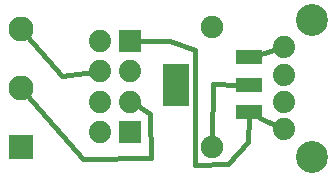
<source format=gtl>
G04 MADE WITH FRITZING*
G04 WWW.FRITZING.ORG*
G04 DOUBLE SIDED*
G04 HOLES PLATED*
G04 CONTOUR ON CENTER OF CONTOUR VECTOR*
%ASAXBY*%
%FSLAX23Y23*%
%MOIN*%
%OFA0B0*%
%SFA1.0B1.0*%
%ADD10C,0.074000*%
%ADD11C,0.106614*%
%ADD12C,0.074472*%
%ADD13C,0.075000*%
%ADD14C,0.083307*%
%ADD15R,0.088000X0.048000*%
%ADD16R,0.086614X0.141732*%
%ADD17R,0.074108X0.074472*%
%ADD18R,0.083307X0.083307*%
%ADD19C,0.016000*%
%LNCOPPER1*%
G90*
G70*
G54D10*
X1035Y440D03*
X1035Y347D03*
X1035Y258D03*
X1035Y165D03*
G54D11*
X1130Y74D03*
X1130Y531D03*
G54D10*
X1035Y440D03*
X1035Y347D03*
X1035Y258D03*
X1035Y165D03*
G54D11*
X1130Y74D03*
X1130Y531D03*
G54D10*
X1035Y440D03*
X1035Y347D03*
X1035Y258D03*
X1035Y165D03*
G54D11*
X1130Y74D03*
X1130Y531D03*
G54D12*
X523Y459D03*
X423Y459D03*
X523Y359D03*
X423Y359D03*
X523Y258D03*
X423Y258D03*
X523Y158D03*
X423Y158D03*
X523Y459D03*
X423Y459D03*
X523Y359D03*
X423Y359D03*
X523Y258D03*
X423Y258D03*
X523Y158D03*
X423Y158D03*
G54D13*
X795Y106D03*
X795Y506D03*
G54D14*
X158Y108D03*
X158Y304D03*
X158Y501D03*
G54D15*
X921Y223D03*
X921Y314D03*
X921Y405D03*
G54D16*
X677Y314D03*
G54D17*
X523Y459D03*
X523Y459D03*
X523Y158D03*
G54D18*
X158Y108D03*
G54D19*
X882Y314D02*
X799Y315D01*
D02*
X799Y315D02*
X796Y129D01*
D02*
X175Y481D02*
X295Y344D01*
D02*
X295Y344D02*
X398Y356D01*
D02*
X959Y417D02*
X1013Y433D01*
D02*
X175Y284D02*
X365Y66D01*
D02*
X365Y66D02*
X594Y69D01*
D02*
X594Y69D02*
X591Y218D01*
D02*
X591Y218D02*
X545Y245D01*
D02*
X1014Y175D02*
X957Y204D01*
D02*
X655Y459D02*
X740Y429D01*
D02*
X549Y459D02*
X655Y459D01*
D02*
X740Y429D02*
X740Y46D01*
D02*
X740Y46D02*
X851Y49D01*
D02*
X851Y49D02*
X917Y122D01*
D02*
X917Y122D02*
X920Y204D01*
G04 End of Copper1*
M02*
</source>
